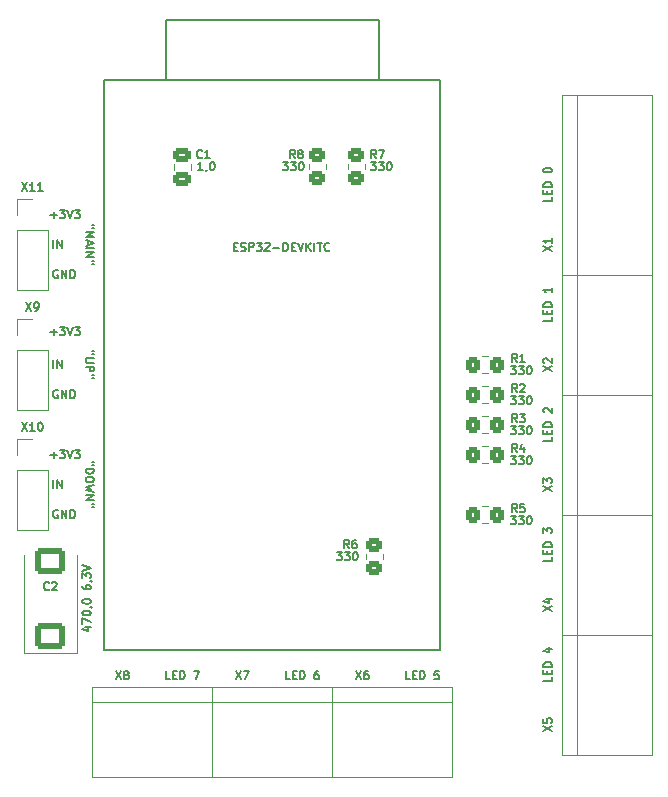
<source format=gto>
%TF.GenerationSoftware,KiCad,Pcbnew,6.0.4+dfsg-1+b1*%
%TF.CreationDate,2022-05-29T14:40:34+05:00*%
%TF.ProjectId,evlamp,65766c61-6d70-42e6-9b69-6361645f7063,rev?*%
%TF.SameCoordinates,Original*%
%TF.FileFunction,Legend,Top*%
%TF.FilePolarity,Positive*%
%FSLAX46Y46*%
G04 Gerber Fmt 4.6, Leading zero omitted, Abs format (unit mm)*
G04 Created by KiCad (PCBNEW 6.0.4+dfsg-1+b1) date 2022-05-29 14:40:34*
%MOMM*%
%LPD*%
G01*
G04 APERTURE LIST*
G04 Aperture macros list*
%AMRoundRect*
0 Rectangle with rounded corners*
0 $1 Rounding radius*
0 $2 $3 $4 $5 $6 $7 $8 $9 X,Y pos of 4 corners*
0 Add a 4 corners polygon primitive as box body*
4,1,4,$2,$3,$4,$5,$6,$7,$8,$9,$2,$3,0*
0 Add four circle primitives for the rounded corners*
1,1,$1+$1,$2,$3*
1,1,$1+$1,$4,$5*
1,1,$1+$1,$6,$7*
1,1,$1+$1,$8,$9*
0 Add four rect primitives between the rounded corners*
20,1,$1+$1,$2,$3,$4,$5,0*
20,1,$1+$1,$4,$5,$6,$7,0*
20,1,$1+$1,$6,$7,$8,$9,0*
20,1,$1+$1,$8,$9,$2,$3,0*%
G04 Aperture macros list end*
%ADD10C,0.150000*%
%ADD11C,0.120000*%
%ADD12RoundRect,0.250000X1.025000X-0.875000X1.025000X0.875000X-1.025000X0.875000X-1.025000X-0.875000X0*%
%ADD13C,0.800000*%
%ADD14C,5.000000*%
%ADD15O,2.400000X1.600000*%
%ADD16R,2.400000X1.600000*%
%ADD17RoundRect,0.250000X0.475000X-0.337500X0.475000X0.337500X-0.475000X0.337500X-0.475000X-0.337500X0*%
%ADD18R,3.000000X3.000000*%
%ADD19C,3.000000*%
%ADD20RoundRect,0.250000X-0.350000X-0.450000X0.350000X-0.450000X0.350000X0.450000X-0.350000X0.450000X0*%
%ADD21RoundRect,0.250000X-0.450000X0.350000X-0.450000X-0.350000X0.450000X-0.350000X0.450000X0.350000X0*%
%ADD22O,1.700000X1.700000*%
%ADD23R,1.700000X1.700000*%
G04 APERTURE END LIST*
D10*
%TO.C,C2*%
X76337333Y-114067000D02*
X76304000Y-114100333D01*
X76204000Y-114133666D01*
X76137333Y-114133666D01*
X76037333Y-114100333D01*
X75970666Y-114033666D01*
X75937333Y-113967000D01*
X75904000Y-113833666D01*
X75904000Y-113733666D01*
X75937333Y-113600333D01*
X75970666Y-113533666D01*
X76037333Y-113467000D01*
X76137333Y-113433666D01*
X76204000Y-113433666D01*
X76304000Y-113467000D01*
X76337333Y-113500333D01*
X76604000Y-113500333D02*
X76637333Y-113467000D01*
X76704000Y-113433666D01*
X76870666Y-113433666D01*
X76937333Y-113467000D01*
X76970666Y-113500333D01*
X77004000Y-113567000D01*
X77004000Y-113633666D01*
X76970666Y-113733666D01*
X76570666Y-114133666D01*
X77004000Y-114133666D01*
X79404000Y-117266333D02*
X79870666Y-117266333D01*
X79137333Y-117433000D02*
X79637333Y-117599666D01*
X79637333Y-117166333D01*
X79170666Y-116966333D02*
X79170666Y-116499666D01*
X79870666Y-116799666D01*
X79170666Y-116099666D02*
X79170666Y-116033000D01*
X79204000Y-115966333D01*
X79237333Y-115933000D01*
X79304000Y-115899666D01*
X79437333Y-115866333D01*
X79604000Y-115866333D01*
X79737333Y-115899666D01*
X79804000Y-115933000D01*
X79837333Y-115966333D01*
X79870666Y-116033000D01*
X79870666Y-116099666D01*
X79837333Y-116166333D01*
X79804000Y-116199666D01*
X79737333Y-116233000D01*
X79604000Y-116266333D01*
X79437333Y-116266333D01*
X79304000Y-116233000D01*
X79237333Y-116199666D01*
X79204000Y-116166333D01*
X79170666Y-116099666D01*
X79837333Y-115533000D02*
X79870666Y-115533000D01*
X79937333Y-115566333D01*
X79970666Y-115599666D01*
X79170666Y-115099666D02*
X79170666Y-115033000D01*
X79204000Y-114966333D01*
X79237333Y-114933000D01*
X79304000Y-114899666D01*
X79437333Y-114866333D01*
X79604000Y-114866333D01*
X79737333Y-114899666D01*
X79804000Y-114933000D01*
X79837333Y-114966333D01*
X79870666Y-115033000D01*
X79870666Y-115099666D01*
X79837333Y-115166333D01*
X79804000Y-115199666D01*
X79737333Y-115233000D01*
X79604000Y-115266333D01*
X79437333Y-115266333D01*
X79304000Y-115233000D01*
X79237333Y-115199666D01*
X79204000Y-115166333D01*
X79170666Y-115099666D01*
X79170666Y-113733000D02*
X79170666Y-113866333D01*
X79204000Y-113933000D01*
X79237333Y-113966333D01*
X79337333Y-114033000D01*
X79470666Y-114066333D01*
X79737333Y-114066333D01*
X79804000Y-114033000D01*
X79837333Y-113999666D01*
X79870666Y-113933000D01*
X79870666Y-113799666D01*
X79837333Y-113733000D01*
X79804000Y-113699666D01*
X79737333Y-113666333D01*
X79570666Y-113666333D01*
X79504000Y-113699666D01*
X79470666Y-113733000D01*
X79437333Y-113799666D01*
X79437333Y-113933000D01*
X79470666Y-113999666D01*
X79504000Y-114033000D01*
X79570666Y-114066333D01*
X79837333Y-113333000D02*
X79870666Y-113333000D01*
X79937333Y-113366333D01*
X79970666Y-113399666D01*
X79170666Y-113099666D02*
X79170666Y-112666333D01*
X79437333Y-112899666D01*
X79437333Y-112799666D01*
X79470666Y-112733000D01*
X79504000Y-112699666D01*
X79570666Y-112666333D01*
X79737333Y-112666333D01*
X79804000Y-112699666D01*
X79837333Y-112733000D01*
X79870666Y-112799666D01*
X79870666Y-112999666D01*
X79837333Y-113066333D01*
X79804000Y-113099666D01*
X79170666Y-112466333D02*
X79870666Y-112233000D01*
X79170666Y-111999666D01*
%TO.C,DD1*%
X91978666Y-85040000D02*
X92212000Y-85040000D01*
X92312000Y-85406666D02*
X91978666Y-85406666D01*
X91978666Y-84706666D01*
X92312000Y-84706666D01*
X92578666Y-85373333D02*
X92678666Y-85406666D01*
X92845333Y-85406666D01*
X92912000Y-85373333D01*
X92945333Y-85340000D01*
X92978666Y-85273333D01*
X92978666Y-85206666D01*
X92945333Y-85140000D01*
X92912000Y-85106666D01*
X92845333Y-85073333D01*
X92712000Y-85040000D01*
X92645333Y-85006666D01*
X92612000Y-84973333D01*
X92578666Y-84906666D01*
X92578666Y-84840000D01*
X92612000Y-84773333D01*
X92645333Y-84740000D01*
X92712000Y-84706666D01*
X92878666Y-84706666D01*
X92978666Y-84740000D01*
X93278666Y-85406666D02*
X93278666Y-84706666D01*
X93545333Y-84706666D01*
X93612000Y-84740000D01*
X93645333Y-84773333D01*
X93678666Y-84840000D01*
X93678666Y-84940000D01*
X93645333Y-85006666D01*
X93612000Y-85040000D01*
X93545333Y-85073333D01*
X93278666Y-85073333D01*
X93912000Y-84706666D02*
X94345333Y-84706666D01*
X94112000Y-84973333D01*
X94212000Y-84973333D01*
X94278666Y-85006666D01*
X94312000Y-85040000D01*
X94345333Y-85106666D01*
X94345333Y-85273333D01*
X94312000Y-85340000D01*
X94278666Y-85373333D01*
X94212000Y-85406666D01*
X94012000Y-85406666D01*
X93945333Y-85373333D01*
X93912000Y-85340000D01*
X94612000Y-84773333D02*
X94645333Y-84740000D01*
X94712000Y-84706666D01*
X94878666Y-84706666D01*
X94945333Y-84740000D01*
X94978666Y-84773333D01*
X95012000Y-84840000D01*
X95012000Y-84906666D01*
X94978666Y-85006666D01*
X94578666Y-85406666D01*
X95012000Y-85406666D01*
X95312000Y-85140000D02*
X95845333Y-85140000D01*
X96178666Y-85406666D02*
X96178666Y-84706666D01*
X96345333Y-84706666D01*
X96445333Y-84740000D01*
X96512000Y-84806666D01*
X96545333Y-84873333D01*
X96578666Y-85006666D01*
X96578666Y-85106666D01*
X96545333Y-85240000D01*
X96512000Y-85306666D01*
X96445333Y-85373333D01*
X96345333Y-85406666D01*
X96178666Y-85406666D01*
X96878666Y-85040000D02*
X97112000Y-85040000D01*
X97212000Y-85406666D02*
X96878666Y-85406666D01*
X96878666Y-84706666D01*
X97212000Y-84706666D01*
X97412000Y-84706666D02*
X97645333Y-85406666D01*
X97878666Y-84706666D01*
X98112000Y-85406666D02*
X98112000Y-84706666D01*
X98512000Y-85406666D02*
X98212000Y-85006666D01*
X98512000Y-84706666D02*
X98112000Y-85106666D01*
X98812000Y-85406666D02*
X98812000Y-84706666D01*
X99045333Y-84706666D02*
X99445333Y-84706666D01*
X99245333Y-85406666D02*
X99245333Y-84706666D01*
X100078666Y-85340000D02*
X100045333Y-85373333D01*
X99945333Y-85406666D01*
X99878666Y-85406666D01*
X99778666Y-85373333D01*
X99712000Y-85306666D01*
X99678666Y-85240000D01*
X99645333Y-85106666D01*
X99645333Y-85006666D01*
X99678666Y-84873333D01*
X99712000Y-84806666D01*
X99778666Y-84740000D01*
X99878666Y-84706666D01*
X99945333Y-84706666D01*
X100045333Y-84740000D01*
X100078666Y-84773333D01*
%TO.C,C1*%
X89291333Y-77491000D02*
X89258000Y-77524333D01*
X89158000Y-77557666D01*
X89091333Y-77557666D01*
X88991333Y-77524333D01*
X88924666Y-77457666D01*
X88891333Y-77391000D01*
X88858000Y-77257666D01*
X88858000Y-77157666D01*
X88891333Y-77024333D01*
X88924666Y-76957666D01*
X88991333Y-76891000D01*
X89091333Y-76857666D01*
X89158000Y-76857666D01*
X89258000Y-76891000D01*
X89291333Y-76924333D01*
X89958000Y-77557666D02*
X89558000Y-77557666D01*
X89758000Y-77557666D02*
X89758000Y-76857666D01*
X89691333Y-76957666D01*
X89624666Y-77024333D01*
X89558000Y-77057666D01*
X89362000Y-78573666D02*
X88962000Y-78573666D01*
X89162000Y-78573666D02*
X89162000Y-77873666D01*
X89095333Y-77973666D01*
X89028666Y-78040333D01*
X88962000Y-78073666D01*
X89695333Y-78540333D02*
X89695333Y-78573666D01*
X89662000Y-78640333D01*
X89628666Y-78673666D01*
X90128666Y-77873666D02*
X90195333Y-77873666D01*
X90262000Y-77907000D01*
X90295333Y-77940333D01*
X90328666Y-78007000D01*
X90362000Y-78140333D01*
X90362000Y-78307000D01*
X90328666Y-78440333D01*
X90295333Y-78507000D01*
X90262000Y-78540333D01*
X90195333Y-78573666D01*
X90128666Y-78573666D01*
X90062000Y-78540333D01*
X90028666Y-78507000D01*
X89995333Y-78440333D01*
X89962000Y-78307000D01*
X89962000Y-78140333D01*
X89995333Y-78007000D01*
X90028666Y-77940333D01*
X90062000Y-77907000D01*
X90128666Y-77873666D01*
%TO.C,X2*%
X118202666Y-95587666D02*
X118902666Y-95121000D01*
X118202666Y-95121000D02*
X118902666Y-95587666D01*
X118269333Y-94887666D02*
X118236000Y-94854333D01*
X118202666Y-94787666D01*
X118202666Y-94621000D01*
X118236000Y-94554333D01*
X118269333Y-94521000D01*
X118336000Y-94487666D01*
X118402666Y-94487666D01*
X118502666Y-94521000D01*
X118902666Y-94921000D01*
X118902666Y-94487666D01*
X118902666Y-90991000D02*
X118902666Y-91324333D01*
X118202666Y-91324333D01*
X118536000Y-90757666D02*
X118536000Y-90524333D01*
X118902666Y-90424333D02*
X118902666Y-90757666D01*
X118202666Y-90757666D01*
X118202666Y-90424333D01*
X118902666Y-90124333D02*
X118202666Y-90124333D01*
X118202666Y-89957666D01*
X118236000Y-89857666D01*
X118302666Y-89791000D01*
X118369333Y-89757666D01*
X118502666Y-89724333D01*
X118602666Y-89724333D01*
X118736000Y-89757666D01*
X118802666Y-89791000D01*
X118869333Y-89857666D01*
X118902666Y-89957666D01*
X118902666Y-90124333D01*
X118902666Y-88524333D02*
X118902666Y-88924333D01*
X118902666Y-88724333D02*
X118202666Y-88724333D01*
X118302666Y-88791000D01*
X118369333Y-88857666D01*
X118402666Y-88924333D01*
%TO.C,X3*%
X118202666Y-105747666D02*
X118902666Y-105281000D01*
X118202666Y-105281000D02*
X118902666Y-105747666D01*
X118202666Y-105081000D02*
X118202666Y-104647666D01*
X118469333Y-104881000D01*
X118469333Y-104781000D01*
X118502666Y-104714333D01*
X118536000Y-104681000D01*
X118602666Y-104647666D01*
X118769333Y-104647666D01*
X118836000Y-104681000D01*
X118869333Y-104714333D01*
X118902666Y-104781000D01*
X118902666Y-104981000D01*
X118869333Y-105047666D01*
X118836000Y-105081000D01*
X118902666Y-101151000D02*
X118902666Y-101484333D01*
X118202666Y-101484333D01*
X118536000Y-100917666D02*
X118536000Y-100684333D01*
X118902666Y-100584333D02*
X118902666Y-100917666D01*
X118202666Y-100917666D01*
X118202666Y-100584333D01*
X118902666Y-100284333D02*
X118202666Y-100284333D01*
X118202666Y-100117666D01*
X118236000Y-100017666D01*
X118302666Y-99951000D01*
X118369333Y-99917666D01*
X118502666Y-99884333D01*
X118602666Y-99884333D01*
X118736000Y-99917666D01*
X118802666Y-99951000D01*
X118869333Y-100017666D01*
X118902666Y-100117666D01*
X118902666Y-100284333D01*
X118269333Y-99084333D02*
X118236000Y-99051000D01*
X118202666Y-98984333D01*
X118202666Y-98817666D01*
X118236000Y-98751000D01*
X118269333Y-98717666D01*
X118336000Y-98684333D01*
X118402666Y-98684333D01*
X118502666Y-98717666D01*
X118902666Y-99117666D01*
X118902666Y-98684333D01*
%TO.C,X8*%
X81983333Y-120976666D02*
X82450000Y-121676666D01*
X82450000Y-120976666D02*
X81983333Y-121676666D01*
X82816666Y-121276666D02*
X82750000Y-121243333D01*
X82716666Y-121210000D01*
X82683333Y-121143333D01*
X82683333Y-121110000D01*
X82716666Y-121043333D01*
X82750000Y-121010000D01*
X82816666Y-120976666D01*
X82950000Y-120976666D01*
X83016666Y-121010000D01*
X83050000Y-121043333D01*
X83083333Y-121110000D01*
X83083333Y-121143333D01*
X83050000Y-121210000D01*
X83016666Y-121243333D01*
X82950000Y-121276666D01*
X82816666Y-121276666D01*
X82750000Y-121310000D01*
X82716666Y-121343333D01*
X82683333Y-121410000D01*
X82683333Y-121543333D01*
X82716666Y-121610000D01*
X82750000Y-121643333D01*
X82816666Y-121676666D01*
X82950000Y-121676666D01*
X83016666Y-121643333D01*
X83050000Y-121610000D01*
X83083333Y-121543333D01*
X83083333Y-121410000D01*
X83050000Y-121343333D01*
X83016666Y-121310000D01*
X82950000Y-121276666D01*
X86580000Y-121676666D02*
X86246666Y-121676666D01*
X86246666Y-120976666D01*
X86813333Y-121310000D02*
X87046666Y-121310000D01*
X87146666Y-121676666D02*
X86813333Y-121676666D01*
X86813333Y-120976666D01*
X87146666Y-120976666D01*
X87446666Y-121676666D02*
X87446666Y-120976666D01*
X87613333Y-120976666D01*
X87713333Y-121010000D01*
X87780000Y-121076666D01*
X87813333Y-121143333D01*
X87846666Y-121276666D01*
X87846666Y-121376666D01*
X87813333Y-121510000D01*
X87780000Y-121576666D01*
X87713333Y-121643333D01*
X87613333Y-121676666D01*
X87446666Y-121676666D01*
X88613333Y-120976666D02*
X89080000Y-120976666D01*
X88780000Y-121676666D01*
%TO.C,R5*%
X115961333Y-107529666D02*
X115728000Y-107196333D01*
X115561333Y-107529666D02*
X115561333Y-106829666D01*
X115828000Y-106829666D01*
X115894666Y-106863000D01*
X115928000Y-106896333D01*
X115961333Y-106963000D01*
X115961333Y-107063000D01*
X115928000Y-107129666D01*
X115894666Y-107163000D01*
X115828000Y-107196333D01*
X115561333Y-107196333D01*
X116594666Y-106829666D02*
X116261333Y-106829666D01*
X116228000Y-107163000D01*
X116261333Y-107129666D01*
X116328000Y-107096333D01*
X116494666Y-107096333D01*
X116561333Y-107129666D01*
X116594666Y-107163000D01*
X116628000Y-107229666D01*
X116628000Y-107396333D01*
X116594666Y-107463000D01*
X116561333Y-107496333D01*
X116494666Y-107529666D01*
X116328000Y-107529666D01*
X116261333Y-107496333D01*
X116228000Y-107463000D01*
X115432000Y-107845666D02*
X115865333Y-107845666D01*
X115632000Y-108112333D01*
X115732000Y-108112333D01*
X115798666Y-108145666D01*
X115832000Y-108179000D01*
X115865333Y-108245666D01*
X115865333Y-108412333D01*
X115832000Y-108479000D01*
X115798666Y-108512333D01*
X115732000Y-108545666D01*
X115532000Y-108545666D01*
X115465333Y-108512333D01*
X115432000Y-108479000D01*
X116098666Y-107845666D02*
X116532000Y-107845666D01*
X116298666Y-108112333D01*
X116398666Y-108112333D01*
X116465333Y-108145666D01*
X116498666Y-108179000D01*
X116532000Y-108245666D01*
X116532000Y-108412333D01*
X116498666Y-108479000D01*
X116465333Y-108512333D01*
X116398666Y-108545666D01*
X116198666Y-108545666D01*
X116132000Y-108512333D01*
X116098666Y-108479000D01*
X116965333Y-107845666D02*
X117032000Y-107845666D01*
X117098666Y-107879000D01*
X117132000Y-107912333D01*
X117165333Y-107979000D01*
X117198666Y-108112333D01*
X117198666Y-108279000D01*
X117165333Y-108412333D01*
X117132000Y-108479000D01*
X117098666Y-108512333D01*
X117032000Y-108545666D01*
X116965333Y-108545666D01*
X116898666Y-108512333D01*
X116865333Y-108479000D01*
X116832000Y-108412333D01*
X116798666Y-108279000D01*
X116798666Y-108112333D01*
X116832000Y-107979000D01*
X116865333Y-107912333D01*
X116898666Y-107879000D01*
X116965333Y-107845666D01*
%TO.C,R6*%
X101737333Y-110577666D02*
X101504000Y-110244333D01*
X101337333Y-110577666D02*
X101337333Y-109877666D01*
X101604000Y-109877666D01*
X101670666Y-109911000D01*
X101704000Y-109944333D01*
X101737333Y-110011000D01*
X101737333Y-110111000D01*
X101704000Y-110177666D01*
X101670666Y-110211000D01*
X101604000Y-110244333D01*
X101337333Y-110244333D01*
X102337333Y-109877666D02*
X102204000Y-109877666D01*
X102137333Y-109911000D01*
X102104000Y-109944333D01*
X102037333Y-110044333D01*
X102004000Y-110177666D01*
X102004000Y-110444333D01*
X102037333Y-110511000D01*
X102070666Y-110544333D01*
X102137333Y-110577666D01*
X102270666Y-110577666D01*
X102337333Y-110544333D01*
X102370666Y-110511000D01*
X102404000Y-110444333D01*
X102404000Y-110277666D01*
X102370666Y-110211000D01*
X102337333Y-110177666D01*
X102270666Y-110144333D01*
X102137333Y-110144333D01*
X102070666Y-110177666D01*
X102037333Y-110211000D01*
X102004000Y-110277666D01*
X100700000Y-110893666D02*
X101133333Y-110893666D01*
X100900000Y-111160333D01*
X101000000Y-111160333D01*
X101066666Y-111193666D01*
X101100000Y-111227000D01*
X101133333Y-111293666D01*
X101133333Y-111460333D01*
X101100000Y-111527000D01*
X101066666Y-111560333D01*
X101000000Y-111593666D01*
X100800000Y-111593666D01*
X100733333Y-111560333D01*
X100700000Y-111527000D01*
X101366666Y-110893666D02*
X101800000Y-110893666D01*
X101566666Y-111160333D01*
X101666666Y-111160333D01*
X101733333Y-111193666D01*
X101766666Y-111227000D01*
X101800000Y-111293666D01*
X101800000Y-111460333D01*
X101766666Y-111527000D01*
X101733333Y-111560333D01*
X101666666Y-111593666D01*
X101466666Y-111593666D01*
X101400000Y-111560333D01*
X101366666Y-111527000D01*
X102233333Y-110893666D02*
X102300000Y-110893666D01*
X102366666Y-110927000D01*
X102400000Y-110960333D01*
X102433333Y-111027000D01*
X102466666Y-111160333D01*
X102466666Y-111327000D01*
X102433333Y-111460333D01*
X102400000Y-111527000D01*
X102366666Y-111560333D01*
X102300000Y-111593666D01*
X102233333Y-111593666D01*
X102166666Y-111560333D01*
X102133333Y-111527000D01*
X102100000Y-111460333D01*
X102066666Y-111327000D01*
X102066666Y-111160333D01*
X102100000Y-111027000D01*
X102133333Y-110960333D01*
X102166666Y-110927000D01*
X102233333Y-110893666D01*
%TO.C,X9*%
X74363333Y-89767666D02*
X74830000Y-90467666D01*
X74830000Y-89767666D02*
X74363333Y-90467666D01*
X75130000Y-90467666D02*
X75263333Y-90467666D01*
X75330000Y-90434333D01*
X75363333Y-90401000D01*
X75430000Y-90301000D01*
X75463333Y-90167666D01*
X75463333Y-89901000D01*
X75430000Y-89834333D01*
X75396666Y-89801000D01*
X75330000Y-89767666D01*
X75196666Y-89767666D01*
X75130000Y-89801000D01*
X75096666Y-89834333D01*
X75063333Y-89901000D01*
X75063333Y-90067666D01*
X75096666Y-90134333D01*
X75130000Y-90167666D01*
X75196666Y-90201000D01*
X75330000Y-90201000D01*
X75396666Y-90167666D01*
X75430000Y-90134333D01*
X75463333Y-90067666D01*
X80139333Y-93904333D02*
X80006000Y-93904333D01*
X80139333Y-94171000D02*
X80006000Y-94171000D01*
X80139333Y-94471000D02*
X79572666Y-94471000D01*
X79506000Y-94504333D01*
X79472666Y-94537666D01*
X79439333Y-94604333D01*
X79439333Y-94737666D01*
X79472666Y-94804333D01*
X79506000Y-94837666D01*
X79572666Y-94871000D01*
X80139333Y-94871000D01*
X79439333Y-95204333D02*
X80139333Y-95204333D01*
X80139333Y-95471000D01*
X80106000Y-95537666D01*
X80072666Y-95571000D01*
X80006000Y-95604333D01*
X79906000Y-95604333D01*
X79839333Y-95571000D01*
X79806000Y-95537666D01*
X79772666Y-95471000D01*
X79772666Y-95204333D01*
X80139333Y-95871000D02*
X80006000Y-95871000D01*
X80139333Y-96137666D02*
X80006000Y-96137666D01*
X76464166Y-92277000D02*
X76997500Y-92277000D01*
X76730833Y-92543666D02*
X76730833Y-92010333D01*
X77264166Y-91843666D02*
X77697500Y-91843666D01*
X77464166Y-92110333D01*
X77564166Y-92110333D01*
X77630833Y-92143666D01*
X77664166Y-92177000D01*
X77697500Y-92243666D01*
X77697500Y-92410333D01*
X77664166Y-92477000D01*
X77630833Y-92510333D01*
X77564166Y-92543666D01*
X77364166Y-92543666D01*
X77297500Y-92510333D01*
X77264166Y-92477000D01*
X77897500Y-91843666D02*
X78130833Y-92543666D01*
X78364166Y-91843666D01*
X78530833Y-91843666D02*
X78964166Y-91843666D01*
X78730833Y-92110333D01*
X78830833Y-92110333D01*
X78897500Y-92143666D01*
X78930833Y-92177000D01*
X78964166Y-92243666D01*
X78964166Y-92410333D01*
X78930833Y-92477000D01*
X78897500Y-92510333D01*
X78830833Y-92543666D01*
X78630833Y-92543666D01*
X78564166Y-92510333D01*
X78530833Y-92477000D01*
X77084833Y-97211000D02*
X77018166Y-97177666D01*
X76918166Y-97177666D01*
X76818166Y-97211000D01*
X76751500Y-97277666D01*
X76718166Y-97344333D01*
X76684833Y-97477666D01*
X76684833Y-97577666D01*
X76718166Y-97711000D01*
X76751500Y-97777666D01*
X76818166Y-97844333D01*
X76918166Y-97877666D01*
X76984833Y-97877666D01*
X77084833Y-97844333D01*
X77118166Y-97811000D01*
X77118166Y-97577666D01*
X76984833Y-97577666D01*
X77418166Y-97877666D02*
X77418166Y-97177666D01*
X77818166Y-97877666D01*
X77818166Y-97177666D01*
X78151500Y-97877666D02*
X78151500Y-97177666D01*
X78318166Y-97177666D01*
X78418166Y-97211000D01*
X78484833Y-97277666D01*
X78518166Y-97344333D01*
X78551500Y-97477666D01*
X78551500Y-97577666D01*
X78518166Y-97711000D01*
X78484833Y-97777666D01*
X78418166Y-97844333D01*
X78318166Y-97877666D01*
X78151500Y-97877666D01*
X76718166Y-95337666D02*
X76718166Y-94637666D01*
X77051500Y-95337666D02*
X77051500Y-94637666D01*
X77451500Y-95337666D01*
X77451500Y-94637666D01*
%TO.C,X5*%
X118202666Y-126067666D02*
X118902666Y-125601000D01*
X118202666Y-125601000D02*
X118902666Y-126067666D01*
X118202666Y-125001000D02*
X118202666Y-125334333D01*
X118536000Y-125367666D01*
X118502666Y-125334333D01*
X118469333Y-125267666D01*
X118469333Y-125101000D01*
X118502666Y-125034333D01*
X118536000Y-125001000D01*
X118602666Y-124967666D01*
X118769333Y-124967666D01*
X118836000Y-125001000D01*
X118869333Y-125034333D01*
X118902666Y-125101000D01*
X118902666Y-125267666D01*
X118869333Y-125334333D01*
X118836000Y-125367666D01*
X118902666Y-121471000D02*
X118902666Y-121804333D01*
X118202666Y-121804333D01*
X118536000Y-121237666D02*
X118536000Y-121004333D01*
X118902666Y-120904333D02*
X118902666Y-121237666D01*
X118202666Y-121237666D01*
X118202666Y-120904333D01*
X118902666Y-120604333D02*
X118202666Y-120604333D01*
X118202666Y-120437666D01*
X118236000Y-120337666D01*
X118302666Y-120271000D01*
X118369333Y-120237666D01*
X118502666Y-120204333D01*
X118602666Y-120204333D01*
X118736000Y-120237666D01*
X118802666Y-120271000D01*
X118869333Y-120337666D01*
X118902666Y-120437666D01*
X118902666Y-120604333D01*
X118436000Y-119071000D02*
X118902666Y-119071000D01*
X118169333Y-119237666D02*
X118669333Y-119404333D01*
X118669333Y-118971000D01*
%TO.C,X1*%
X118202666Y-85427666D02*
X118902666Y-84961000D01*
X118202666Y-84961000D02*
X118902666Y-85427666D01*
X118902666Y-84327666D02*
X118902666Y-84727666D01*
X118902666Y-84527666D02*
X118202666Y-84527666D01*
X118302666Y-84594333D01*
X118369333Y-84661000D01*
X118402666Y-84727666D01*
X118902666Y-80831000D02*
X118902666Y-81164333D01*
X118202666Y-81164333D01*
X118536000Y-80597666D02*
X118536000Y-80364333D01*
X118902666Y-80264333D02*
X118902666Y-80597666D01*
X118202666Y-80597666D01*
X118202666Y-80264333D01*
X118902666Y-79964333D02*
X118202666Y-79964333D01*
X118202666Y-79797666D01*
X118236000Y-79697666D01*
X118302666Y-79631000D01*
X118369333Y-79597666D01*
X118502666Y-79564333D01*
X118602666Y-79564333D01*
X118736000Y-79597666D01*
X118802666Y-79631000D01*
X118869333Y-79697666D01*
X118902666Y-79797666D01*
X118902666Y-79964333D01*
X118202666Y-78597666D02*
X118202666Y-78531000D01*
X118236000Y-78464333D01*
X118269333Y-78431000D01*
X118336000Y-78397666D01*
X118469333Y-78364333D01*
X118636000Y-78364333D01*
X118769333Y-78397666D01*
X118836000Y-78431000D01*
X118869333Y-78464333D01*
X118902666Y-78531000D01*
X118902666Y-78597666D01*
X118869333Y-78664333D01*
X118836000Y-78697666D01*
X118769333Y-78731000D01*
X118636000Y-78764333D01*
X118469333Y-78764333D01*
X118336000Y-78731000D01*
X118269333Y-78697666D01*
X118236000Y-78664333D01*
X118202666Y-78597666D01*
%TO.C,R7*%
X104023333Y-77557666D02*
X103790000Y-77224333D01*
X103623333Y-77557666D02*
X103623333Y-76857666D01*
X103890000Y-76857666D01*
X103956666Y-76891000D01*
X103990000Y-76924333D01*
X104023333Y-76991000D01*
X104023333Y-77091000D01*
X103990000Y-77157666D01*
X103956666Y-77191000D01*
X103890000Y-77224333D01*
X103623333Y-77224333D01*
X104256666Y-76857666D02*
X104723333Y-76857666D01*
X104423333Y-77557666D01*
X103575500Y-77873666D02*
X104008833Y-77873666D01*
X103775500Y-78140333D01*
X103875500Y-78140333D01*
X103942166Y-78173666D01*
X103975500Y-78207000D01*
X104008833Y-78273666D01*
X104008833Y-78440333D01*
X103975500Y-78507000D01*
X103942166Y-78540333D01*
X103875500Y-78573666D01*
X103675500Y-78573666D01*
X103608833Y-78540333D01*
X103575500Y-78507000D01*
X104242166Y-77873666D02*
X104675500Y-77873666D01*
X104442166Y-78140333D01*
X104542166Y-78140333D01*
X104608833Y-78173666D01*
X104642166Y-78207000D01*
X104675500Y-78273666D01*
X104675500Y-78440333D01*
X104642166Y-78507000D01*
X104608833Y-78540333D01*
X104542166Y-78573666D01*
X104342166Y-78573666D01*
X104275500Y-78540333D01*
X104242166Y-78507000D01*
X105108833Y-77873666D02*
X105175500Y-77873666D01*
X105242166Y-77907000D01*
X105275500Y-77940333D01*
X105308833Y-78007000D01*
X105342166Y-78140333D01*
X105342166Y-78307000D01*
X105308833Y-78440333D01*
X105275500Y-78507000D01*
X105242166Y-78540333D01*
X105175500Y-78573666D01*
X105108833Y-78573666D01*
X105042166Y-78540333D01*
X105008833Y-78507000D01*
X104975500Y-78440333D01*
X104942166Y-78307000D01*
X104942166Y-78140333D01*
X104975500Y-78007000D01*
X105008833Y-77940333D01*
X105042166Y-77907000D01*
X105108833Y-77873666D01*
%TO.C,R4*%
X115961333Y-102449666D02*
X115728000Y-102116333D01*
X115561333Y-102449666D02*
X115561333Y-101749666D01*
X115828000Y-101749666D01*
X115894666Y-101783000D01*
X115928000Y-101816333D01*
X115961333Y-101883000D01*
X115961333Y-101983000D01*
X115928000Y-102049666D01*
X115894666Y-102083000D01*
X115828000Y-102116333D01*
X115561333Y-102116333D01*
X116561333Y-101983000D02*
X116561333Y-102449666D01*
X116394666Y-101716333D02*
X116228000Y-102216333D01*
X116661333Y-102216333D01*
X115432000Y-102765666D02*
X115865333Y-102765666D01*
X115632000Y-103032333D01*
X115732000Y-103032333D01*
X115798666Y-103065666D01*
X115832000Y-103099000D01*
X115865333Y-103165666D01*
X115865333Y-103332333D01*
X115832000Y-103399000D01*
X115798666Y-103432333D01*
X115732000Y-103465666D01*
X115532000Y-103465666D01*
X115465333Y-103432333D01*
X115432000Y-103399000D01*
X116098666Y-102765666D02*
X116532000Y-102765666D01*
X116298666Y-103032333D01*
X116398666Y-103032333D01*
X116465333Y-103065666D01*
X116498666Y-103099000D01*
X116532000Y-103165666D01*
X116532000Y-103332333D01*
X116498666Y-103399000D01*
X116465333Y-103432333D01*
X116398666Y-103465666D01*
X116198666Y-103465666D01*
X116132000Y-103432333D01*
X116098666Y-103399000D01*
X116965333Y-102765666D02*
X117032000Y-102765666D01*
X117098666Y-102799000D01*
X117132000Y-102832333D01*
X117165333Y-102899000D01*
X117198666Y-103032333D01*
X117198666Y-103199000D01*
X117165333Y-103332333D01*
X117132000Y-103399000D01*
X117098666Y-103432333D01*
X117032000Y-103465666D01*
X116965333Y-103465666D01*
X116898666Y-103432333D01*
X116865333Y-103399000D01*
X116832000Y-103332333D01*
X116798666Y-103199000D01*
X116798666Y-103032333D01*
X116832000Y-102899000D01*
X116865333Y-102832333D01*
X116898666Y-102799000D01*
X116965333Y-102765666D01*
%TO.C,R3*%
X115961333Y-99909666D02*
X115728000Y-99576333D01*
X115561333Y-99909666D02*
X115561333Y-99209666D01*
X115828000Y-99209666D01*
X115894666Y-99243000D01*
X115928000Y-99276333D01*
X115961333Y-99343000D01*
X115961333Y-99443000D01*
X115928000Y-99509666D01*
X115894666Y-99543000D01*
X115828000Y-99576333D01*
X115561333Y-99576333D01*
X116194666Y-99209666D02*
X116628000Y-99209666D01*
X116394666Y-99476333D01*
X116494666Y-99476333D01*
X116561333Y-99509666D01*
X116594666Y-99543000D01*
X116628000Y-99609666D01*
X116628000Y-99776333D01*
X116594666Y-99843000D01*
X116561333Y-99876333D01*
X116494666Y-99909666D01*
X116294666Y-99909666D01*
X116228000Y-99876333D01*
X116194666Y-99843000D01*
X115432000Y-100225666D02*
X115865333Y-100225666D01*
X115632000Y-100492333D01*
X115732000Y-100492333D01*
X115798666Y-100525666D01*
X115832000Y-100559000D01*
X115865333Y-100625666D01*
X115865333Y-100792333D01*
X115832000Y-100859000D01*
X115798666Y-100892333D01*
X115732000Y-100925666D01*
X115532000Y-100925666D01*
X115465333Y-100892333D01*
X115432000Y-100859000D01*
X116098666Y-100225666D02*
X116532000Y-100225666D01*
X116298666Y-100492333D01*
X116398666Y-100492333D01*
X116465333Y-100525666D01*
X116498666Y-100559000D01*
X116532000Y-100625666D01*
X116532000Y-100792333D01*
X116498666Y-100859000D01*
X116465333Y-100892333D01*
X116398666Y-100925666D01*
X116198666Y-100925666D01*
X116132000Y-100892333D01*
X116098666Y-100859000D01*
X116965333Y-100225666D02*
X117032000Y-100225666D01*
X117098666Y-100259000D01*
X117132000Y-100292333D01*
X117165333Y-100359000D01*
X117198666Y-100492333D01*
X117198666Y-100659000D01*
X117165333Y-100792333D01*
X117132000Y-100859000D01*
X117098666Y-100892333D01*
X117032000Y-100925666D01*
X116965333Y-100925666D01*
X116898666Y-100892333D01*
X116865333Y-100859000D01*
X116832000Y-100792333D01*
X116798666Y-100659000D01*
X116798666Y-100492333D01*
X116832000Y-100359000D01*
X116865333Y-100292333D01*
X116898666Y-100259000D01*
X116965333Y-100225666D01*
%TO.C,R1*%
X115961333Y-94829666D02*
X115728000Y-94496333D01*
X115561333Y-94829666D02*
X115561333Y-94129666D01*
X115828000Y-94129666D01*
X115894666Y-94163000D01*
X115928000Y-94196333D01*
X115961333Y-94263000D01*
X115961333Y-94363000D01*
X115928000Y-94429666D01*
X115894666Y-94463000D01*
X115828000Y-94496333D01*
X115561333Y-94496333D01*
X116628000Y-94829666D02*
X116228000Y-94829666D01*
X116428000Y-94829666D02*
X116428000Y-94129666D01*
X116361333Y-94229666D01*
X116294666Y-94296333D01*
X116228000Y-94329666D01*
X115432000Y-95145666D02*
X115865333Y-95145666D01*
X115632000Y-95412333D01*
X115732000Y-95412333D01*
X115798666Y-95445666D01*
X115832000Y-95479000D01*
X115865333Y-95545666D01*
X115865333Y-95712333D01*
X115832000Y-95779000D01*
X115798666Y-95812333D01*
X115732000Y-95845666D01*
X115532000Y-95845666D01*
X115465333Y-95812333D01*
X115432000Y-95779000D01*
X116098666Y-95145666D02*
X116532000Y-95145666D01*
X116298666Y-95412333D01*
X116398666Y-95412333D01*
X116465333Y-95445666D01*
X116498666Y-95479000D01*
X116532000Y-95545666D01*
X116532000Y-95712333D01*
X116498666Y-95779000D01*
X116465333Y-95812333D01*
X116398666Y-95845666D01*
X116198666Y-95845666D01*
X116132000Y-95812333D01*
X116098666Y-95779000D01*
X116965333Y-95145666D02*
X117032000Y-95145666D01*
X117098666Y-95179000D01*
X117132000Y-95212333D01*
X117165333Y-95279000D01*
X117198666Y-95412333D01*
X117198666Y-95579000D01*
X117165333Y-95712333D01*
X117132000Y-95779000D01*
X117098666Y-95812333D01*
X117032000Y-95845666D01*
X116965333Y-95845666D01*
X116898666Y-95812333D01*
X116865333Y-95779000D01*
X116832000Y-95712333D01*
X116798666Y-95579000D01*
X116798666Y-95412333D01*
X116832000Y-95279000D01*
X116865333Y-95212333D01*
X116898666Y-95179000D01*
X116965333Y-95145666D01*
%TO.C,X11*%
X74030000Y-79607666D02*
X74496666Y-80307666D01*
X74496666Y-79607666D02*
X74030000Y-80307666D01*
X75130000Y-80307666D02*
X74730000Y-80307666D01*
X74930000Y-80307666D02*
X74930000Y-79607666D01*
X74863333Y-79707666D01*
X74796666Y-79774333D01*
X74730000Y-79807666D01*
X75796666Y-80307666D02*
X75396666Y-80307666D01*
X75596666Y-80307666D02*
X75596666Y-79607666D01*
X75530000Y-79707666D01*
X75463333Y-79774333D01*
X75396666Y-79807666D01*
X80139333Y-83227666D02*
X80006000Y-83227666D01*
X80139333Y-83494333D02*
X80006000Y-83494333D01*
X79439333Y-83794333D02*
X80139333Y-83794333D01*
X79639333Y-84027666D01*
X80139333Y-84261000D01*
X79439333Y-84261000D01*
X79639333Y-84561000D02*
X79639333Y-84894333D01*
X79439333Y-84494333D02*
X80139333Y-84727666D01*
X79439333Y-84961000D01*
X79439333Y-85194333D02*
X80139333Y-85194333D01*
X79439333Y-85527666D02*
X80139333Y-85527666D01*
X79439333Y-85927666D01*
X80139333Y-85927666D01*
X80139333Y-86227666D02*
X80006000Y-86227666D01*
X80139333Y-86494333D02*
X80006000Y-86494333D01*
X76464166Y-82371000D02*
X76997500Y-82371000D01*
X76730833Y-82637666D02*
X76730833Y-82104333D01*
X77264166Y-81937666D02*
X77697500Y-81937666D01*
X77464166Y-82204333D01*
X77564166Y-82204333D01*
X77630833Y-82237666D01*
X77664166Y-82271000D01*
X77697500Y-82337666D01*
X77697500Y-82504333D01*
X77664166Y-82571000D01*
X77630833Y-82604333D01*
X77564166Y-82637666D01*
X77364166Y-82637666D01*
X77297500Y-82604333D01*
X77264166Y-82571000D01*
X77897500Y-81937666D02*
X78130833Y-82637666D01*
X78364166Y-81937666D01*
X78530833Y-81937666D02*
X78964166Y-81937666D01*
X78730833Y-82204333D01*
X78830833Y-82204333D01*
X78897500Y-82237666D01*
X78930833Y-82271000D01*
X78964166Y-82337666D01*
X78964166Y-82504333D01*
X78930833Y-82571000D01*
X78897500Y-82604333D01*
X78830833Y-82637666D01*
X78630833Y-82637666D01*
X78564166Y-82604333D01*
X78530833Y-82571000D01*
X76718166Y-85177666D02*
X76718166Y-84477666D01*
X77051500Y-85177666D02*
X77051500Y-84477666D01*
X77451500Y-85177666D01*
X77451500Y-84477666D01*
X77084833Y-87051000D02*
X77018166Y-87017666D01*
X76918166Y-87017666D01*
X76818166Y-87051000D01*
X76751500Y-87117666D01*
X76718166Y-87184333D01*
X76684833Y-87317666D01*
X76684833Y-87417666D01*
X76718166Y-87551000D01*
X76751500Y-87617666D01*
X76818166Y-87684333D01*
X76918166Y-87717666D01*
X76984833Y-87717666D01*
X77084833Y-87684333D01*
X77118166Y-87651000D01*
X77118166Y-87417666D01*
X76984833Y-87417666D01*
X77418166Y-87717666D02*
X77418166Y-87017666D01*
X77818166Y-87717666D01*
X77818166Y-87017666D01*
X78151500Y-87717666D02*
X78151500Y-87017666D01*
X78318166Y-87017666D01*
X78418166Y-87051000D01*
X78484833Y-87117666D01*
X78518166Y-87184333D01*
X78551500Y-87317666D01*
X78551500Y-87417666D01*
X78518166Y-87551000D01*
X78484833Y-87617666D01*
X78418166Y-87684333D01*
X78318166Y-87717666D01*
X78151500Y-87717666D01*
%TO.C,R2*%
X115961333Y-97369666D02*
X115728000Y-97036333D01*
X115561333Y-97369666D02*
X115561333Y-96669666D01*
X115828000Y-96669666D01*
X115894666Y-96703000D01*
X115928000Y-96736333D01*
X115961333Y-96803000D01*
X115961333Y-96903000D01*
X115928000Y-96969666D01*
X115894666Y-97003000D01*
X115828000Y-97036333D01*
X115561333Y-97036333D01*
X116228000Y-96736333D02*
X116261333Y-96703000D01*
X116328000Y-96669666D01*
X116494666Y-96669666D01*
X116561333Y-96703000D01*
X116594666Y-96736333D01*
X116628000Y-96803000D01*
X116628000Y-96869666D01*
X116594666Y-96969666D01*
X116194666Y-97369666D01*
X116628000Y-97369666D01*
X115432000Y-97685666D02*
X115865333Y-97685666D01*
X115632000Y-97952333D01*
X115732000Y-97952333D01*
X115798666Y-97985666D01*
X115832000Y-98019000D01*
X115865333Y-98085666D01*
X115865333Y-98252333D01*
X115832000Y-98319000D01*
X115798666Y-98352333D01*
X115732000Y-98385666D01*
X115532000Y-98385666D01*
X115465333Y-98352333D01*
X115432000Y-98319000D01*
X116098666Y-97685666D02*
X116532000Y-97685666D01*
X116298666Y-97952333D01*
X116398666Y-97952333D01*
X116465333Y-97985666D01*
X116498666Y-98019000D01*
X116532000Y-98085666D01*
X116532000Y-98252333D01*
X116498666Y-98319000D01*
X116465333Y-98352333D01*
X116398666Y-98385666D01*
X116198666Y-98385666D01*
X116132000Y-98352333D01*
X116098666Y-98319000D01*
X116965333Y-97685666D02*
X117032000Y-97685666D01*
X117098666Y-97719000D01*
X117132000Y-97752333D01*
X117165333Y-97819000D01*
X117198666Y-97952333D01*
X117198666Y-98119000D01*
X117165333Y-98252333D01*
X117132000Y-98319000D01*
X117098666Y-98352333D01*
X117032000Y-98385666D01*
X116965333Y-98385666D01*
X116898666Y-98352333D01*
X116865333Y-98319000D01*
X116832000Y-98252333D01*
X116798666Y-98119000D01*
X116798666Y-97952333D01*
X116832000Y-97819000D01*
X116865333Y-97752333D01*
X116898666Y-97719000D01*
X116965333Y-97685666D01*
%TO.C,X10*%
X74030000Y-99927666D02*
X74496666Y-100627666D01*
X74496666Y-99927666D02*
X74030000Y-100627666D01*
X75130000Y-100627666D02*
X74730000Y-100627666D01*
X74930000Y-100627666D02*
X74930000Y-99927666D01*
X74863333Y-100027666D01*
X74796666Y-100094333D01*
X74730000Y-100127666D01*
X75563333Y-99927666D02*
X75630000Y-99927666D01*
X75696666Y-99961000D01*
X75730000Y-99994333D01*
X75763333Y-100061000D01*
X75796666Y-100194333D01*
X75796666Y-100361000D01*
X75763333Y-100494333D01*
X75730000Y-100561000D01*
X75696666Y-100594333D01*
X75630000Y-100627666D01*
X75563333Y-100627666D01*
X75496666Y-100594333D01*
X75463333Y-100561000D01*
X75430000Y-100494333D01*
X75396666Y-100361000D01*
X75396666Y-100194333D01*
X75430000Y-100061000D01*
X75463333Y-99994333D01*
X75496666Y-99961000D01*
X75563333Y-99927666D01*
X80139333Y-103297666D02*
X80006000Y-103297666D01*
X80139333Y-103564333D02*
X80006000Y-103564333D01*
X79439333Y-103864333D02*
X80139333Y-103864333D01*
X80139333Y-104031000D01*
X80106000Y-104131000D01*
X80039333Y-104197666D01*
X79972666Y-104231000D01*
X79839333Y-104264333D01*
X79739333Y-104264333D01*
X79606000Y-104231000D01*
X79539333Y-104197666D01*
X79472666Y-104131000D01*
X79439333Y-104031000D01*
X79439333Y-103864333D01*
X80139333Y-104697666D02*
X80139333Y-104831000D01*
X80106000Y-104897666D01*
X80039333Y-104964333D01*
X79906000Y-104997666D01*
X79672666Y-104997666D01*
X79539333Y-104964333D01*
X79472666Y-104897666D01*
X79439333Y-104831000D01*
X79439333Y-104697666D01*
X79472666Y-104631000D01*
X79539333Y-104564333D01*
X79672666Y-104531000D01*
X79906000Y-104531000D01*
X80039333Y-104564333D01*
X80106000Y-104631000D01*
X80139333Y-104697666D01*
X80139333Y-105231000D02*
X79439333Y-105397666D01*
X79939333Y-105531000D01*
X79439333Y-105664333D01*
X80139333Y-105831000D01*
X79439333Y-106097666D02*
X80139333Y-106097666D01*
X79439333Y-106497666D01*
X80139333Y-106497666D01*
X80139333Y-106797666D02*
X80006000Y-106797666D01*
X80139333Y-107064333D02*
X80006000Y-107064333D01*
X77084833Y-107371000D02*
X77018166Y-107337666D01*
X76918166Y-107337666D01*
X76818166Y-107371000D01*
X76751500Y-107437666D01*
X76718166Y-107504333D01*
X76684833Y-107637666D01*
X76684833Y-107737666D01*
X76718166Y-107871000D01*
X76751500Y-107937666D01*
X76818166Y-108004333D01*
X76918166Y-108037666D01*
X76984833Y-108037666D01*
X77084833Y-108004333D01*
X77118166Y-107971000D01*
X77118166Y-107737666D01*
X76984833Y-107737666D01*
X77418166Y-108037666D02*
X77418166Y-107337666D01*
X77818166Y-108037666D01*
X77818166Y-107337666D01*
X78151500Y-108037666D02*
X78151500Y-107337666D01*
X78318166Y-107337666D01*
X78418166Y-107371000D01*
X78484833Y-107437666D01*
X78518166Y-107504333D01*
X78551500Y-107637666D01*
X78551500Y-107737666D01*
X78518166Y-107871000D01*
X78484833Y-107937666D01*
X78418166Y-108004333D01*
X78318166Y-108037666D01*
X78151500Y-108037666D01*
X76718166Y-105497666D02*
X76718166Y-104797666D01*
X77051500Y-105497666D02*
X77051500Y-104797666D01*
X77451500Y-105497666D01*
X77451500Y-104797666D01*
X76464166Y-102691000D02*
X76997500Y-102691000D01*
X76730833Y-102957666D02*
X76730833Y-102424333D01*
X77264166Y-102257666D02*
X77697500Y-102257666D01*
X77464166Y-102524333D01*
X77564166Y-102524333D01*
X77630833Y-102557666D01*
X77664166Y-102591000D01*
X77697500Y-102657666D01*
X77697500Y-102824333D01*
X77664166Y-102891000D01*
X77630833Y-102924333D01*
X77564166Y-102957666D01*
X77364166Y-102957666D01*
X77297500Y-102924333D01*
X77264166Y-102891000D01*
X77897500Y-102257666D02*
X78130833Y-102957666D01*
X78364166Y-102257666D01*
X78530833Y-102257666D02*
X78964166Y-102257666D01*
X78730833Y-102524333D01*
X78830833Y-102524333D01*
X78897500Y-102557666D01*
X78930833Y-102591000D01*
X78964166Y-102657666D01*
X78964166Y-102824333D01*
X78930833Y-102891000D01*
X78897500Y-102924333D01*
X78830833Y-102957666D01*
X78630833Y-102957666D01*
X78564166Y-102924333D01*
X78530833Y-102891000D01*
%TO.C,X7*%
X92143333Y-120976666D02*
X92610000Y-121676666D01*
X92610000Y-120976666D02*
X92143333Y-121676666D01*
X92810000Y-120976666D02*
X93276666Y-120976666D01*
X92976666Y-121676666D01*
X96740000Y-121676666D02*
X96406666Y-121676666D01*
X96406666Y-120976666D01*
X96973333Y-121310000D02*
X97206666Y-121310000D01*
X97306666Y-121676666D02*
X96973333Y-121676666D01*
X96973333Y-120976666D01*
X97306666Y-120976666D01*
X97606666Y-121676666D02*
X97606666Y-120976666D01*
X97773333Y-120976666D01*
X97873333Y-121010000D01*
X97940000Y-121076666D01*
X97973333Y-121143333D01*
X98006666Y-121276666D01*
X98006666Y-121376666D01*
X97973333Y-121510000D01*
X97940000Y-121576666D01*
X97873333Y-121643333D01*
X97773333Y-121676666D01*
X97606666Y-121676666D01*
X99140000Y-120976666D02*
X99006666Y-120976666D01*
X98940000Y-121010000D01*
X98906666Y-121043333D01*
X98840000Y-121143333D01*
X98806666Y-121276666D01*
X98806666Y-121543333D01*
X98840000Y-121610000D01*
X98873333Y-121643333D01*
X98940000Y-121676666D01*
X99073333Y-121676666D01*
X99140000Y-121643333D01*
X99173333Y-121610000D01*
X99206666Y-121543333D01*
X99206666Y-121376666D01*
X99173333Y-121310000D01*
X99140000Y-121276666D01*
X99073333Y-121243333D01*
X98940000Y-121243333D01*
X98873333Y-121276666D01*
X98840000Y-121310000D01*
X98806666Y-121376666D01*
%TO.C,X4*%
X118202666Y-115907666D02*
X118902666Y-115441000D01*
X118202666Y-115441000D02*
X118902666Y-115907666D01*
X118436000Y-114874333D02*
X118902666Y-114874333D01*
X118169333Y-115041000D02*
X118669333Y-115207666D01*
X118669333Y-114774333D01*
X118902666Y-111311000D02*
X118902666Y-111644333D01*
X118202666Y-111644333D01*
X118536000Y-111077666D02*
X118536000Y-110844333D01*
X118902666Y-110744333D02*
X118902666Y-111077666D01*
X118202666Y-111077666D01*
X118202666Y-110744333D01*
X118902666Y-110444333D02*
X118202666Y-110444333D01*
X118202666Y-110277666D01*
X118236000Y-110177666D01*
X118302666Y-110111000D01*
X118369333Y-110077666D01*
X118502666Y-110044333D01*
X118602666Y-110044333D01*
X118736000Y-110077666D01*
X118802666Y-110111000D01*
X118869333Y-110177666D01*
X118902666Y-110277666D01*
X118902666Y-110444333D01*
X118202666Y-109277666D02*
X118202666Y-108844333D01*
X118469333Y-109077666D01*
X118469333Y-108977666D01*
X118502666Y-108911000D01*
X118536000Y-108877666D01*
X118602666Y-108844333D01*
X118769333Y-108844333D01*
X118836000Y-108877666D01*
X118869333Y-108911000D01*
X118902666Y-108977666D01*
X118902666Y-109177666D01*
X118869333Y-109244333D01*
X118836000Y-109277666D01*
%TO.C,X6*%
X102303333Y-120976666D02*
X102770000Y-121676666D01*
X102770000Y-120976666D02*
X102303333Y-121676666D01*
X103336666Y-120976666D02*
X103203333Y-120976666D01*
X103136666Y-121010000D01*
X103103333Y-121043333D01*
X103036666Y-121143333D01*
X103003333Y-121276666D01*
X103003333Y-121543333D01*
X103036666Y-121610000D01*
X103070000Y-121643333D01*
X103136666Y-121676666D01*
X103270000Y-121676666D01*
X103336666Y-121643333D01*
X103370000Y-121610000D01*
X103403333Y-121543333D01*
X103403333Y-121376666D01*
X103370000Y-121310000D01*
X103336666Y-121276666D01*
X103270000Y-121243333D01*
X103136666Y-121243333D01*
X103070000Y-121276666D01*
X103036666Y-121310000D01*
X103003333Y-121376666D01*
X106900000Y-121676666D02*
X106566666Y-121676666D01*
X106566666Y-120976666D01*
X107133333Y-121310000D02*
X107366666Y-121310000D01*
X107466666Y-121676666D02*
X107133333Y-121676666D01*
X107133333Y-120976666D01*
X107466666Y-120976666D01*
X107766666Y-121676666D02*
X107766666Y-120976666D01*
X107933333Y-120976666D01*
X108033333Y-121010000D01*
X108100000Y-121076666D01*
X108133333Y-121143333D01*
X108166666Y-121276666D01*
X108166666Y-121376666D01*
X108133333Y-121510000D01*
X108100000Y-121576666D01*
X108033333Y-121643333D01*
X107933333Y-121676666D01*
X107766666Y-121676666D01*
X109333333Y-120976666D02*
X109000000Y-120976666D01*
X108966666Y-121310000D01*
X109000000Y-121276666D01*
X109066666Y-121243333D01*
X109233333Y-121243333D01*
X109300000Y-121276666D01*
X109333333Y-121310000D01*
X109366666Y-121376666D01*
X109366666Y-121543333D01*
X109333333Y-121610000D01*
X109300000Y-121643333D01*
X109233333Y-121676666D01*
X109066666Y-121676666D01*
X109000000Y-121643333D01*
X108966666Y-121610000D01*
%TO.C,R8*%
X97165333Y-77557666D02*
X96932000Y-77224333D01*
X96765333Y-77557666D02*
X96765333Y-76857666D01*
X97032000Y-76857666D01*
X97098666Y-76891000D01*
X97132000Y-76924333D01*
X97165333Y-76991000D01*
X97165333Y-77091000D01*
X97132000Y-77157666D01*
X97098666Y-77191000D01*
X97032000Y-77224333D01*
X96765333Y-77224333D01*
X97565333Y-77157666D02*
X97498666Y-77124333D01*
X97465333Y-77091000D01*
X97432000Y-77024333D01*
X97432000Y-76991000D01*
X97465333Y-76924333D01*
X97498666Y-76891000D01*
X97565333Y-76857666D01*
X97698666Y-76857666D01*
X97765333Y-76891000D01*
X97798666Y-76924333D01*
X97832000Y-76991000D01*
X97832000Y-77024333D01*
X97798666Y-77091000D01*
X97765333Y-77124333D01*
X97698666Y-77157666D01*
X97565333Y-77157666D01*
X97498666Y-77191000D01*
X97465333Y-77224333D01*
X97432000Y-77291000D01*
X97432000Y-77424333D01*
X97465333Y-77491000D01*
X97498666Y-77524333D01*
X97565333Y-77557666D01*
X97698666Y-77557666D01*
X97765333Y-77524333D01*
X97798666Y-77491000D01*
X97832000Y-77424333D01*
X97832000Y-77291000D01*
X97798666Y-77224333D01*
X97765333Y-77191000D01*
X97698666Y-77157666D01*
X96128000Y-77873666D02*
X96561333Y-77873666D01*
X96328000Y-78140333D01*
X96428000Y-78140333D01*
X96494666Y-78173666D01*
X96528000Y-78207000D01*
X96561333Y-78273666D01*
X96561333Y-78440333D01*
X96528000Y-78507000D01*
X96494666Y-78540333D01*
X96428000Y-78573666D01*
X96228000Y-78573666D01*
X96161333Y-78540333D01*
X96128000Y-78507000D01*
X96794666Y-77873666D02*
X97228000Y-77873666D01*
X96994666Y-78140333D01*
X97094666Y-78140333D01*
X97161333Y-78173666D01*
X97194666Y-78207000D01*
X97228000Y-78273666D01*
X97228000Y-78440333D01*
X97194666Y-78507000D01*
X97161333Y-78540333D01*
X97094666Y-78573666D01*
X96894666Y-78573666D01*
X96828000Y-78540333D01*
X96794666Y-78507000D01*
X97661333Y-77873666D02*
X97728000Y-77873666D01*
X97794666Y-77907000D01*
X97828000Y-77940333D01*
X97861333Y-78007000D01*
X97894666Y-78140333D01*
X97894666Y-78307000D01*
X97861333Y-78440333D01*
X97828000Y-78507000D01*
X97794666Y-78540333D01*
X97728000Y-78573666D01*
X97661333Y-78573666D01*
X97594666Y-78540333D01*
X97561333Y-78507000D01*
X97528000Y-78440333D01*
X97494666Y-78307000D01*
X97494666Y-78140333D01*
X97528000Y-78007000D01*
X97561333Y-77940333D01*
X97594666Y-77907000D01*
X97661333Y-77873666D01*
D11*
%TO.C,C2*%
X74194000Y-111183000D02*
X74194000Y-119418000D01*
X74194000Y-119418000D02*
X78714000Y-119418000D01*
X78714000Y-119418000D02*
X78714000Y-111183000D01*
D10*
%TO.C,DD1*%
X81026000Y-70891000D02*
X81026000Y-119151000D01*
X109474000Y-119151000D02*
X109474000Y-70891000D01*
X109474000Y-70891000D02*
X81026000Y-70891000D01*
X86233000Y-65811000D02*
X86233000Y-70891000D01*
X81026000Y-119151000D02*
X109474000Y-119151000D01*
X86233000Y-65811000D02*
X104267000Y-65811000D01*
X104267000Y-65811000D02*
X104267000Y-70891000D01*
D11*
%TO.C,C1*%
X88365000Y-78539752D02*
X88365000Y-78017248D01*
X86895000Y-78539752D02*
X86895000Y-78017248D01*
%TO.C,X2*%
X127360000Y-97561000D02*
X127360000Y-87401000D01*
X121010000Y-97561000D02*
X121010000Y-87401000D01*
X119740000Y-87401000D02*
X119740000Y-97561000D01*
X127360000Y-87401000D02*
X119740000Y-87401000D01*
X119740000Y-97561000D02*
X127360000Y-97561000D01*
%TO.C,X3*%
X127360000Y-97561000D02*
X119740000Y-97561000D01*
X121010000Y-107721000D02*
X121010000Y-97561000D01*
X119740000Y-97561000D02*
X119740000Y-107721000D01*
X127360000Y-107721000D02*
X127360000Y-97561000D01*
X119740000Y-107721000D02*
X127360000Y-107721000D01*
%TO.C,X8*%
X90170000Y-129971000D02*
X90170000Y-122351000D01*
X90170000Y-122351000D02*
X80010000Y-122351000D01*
X80010000Y-129971000D02*
X90170000Y-129971000D01*
X80010000Y-123621000D02*
X90170000Y-123621000D01*
X80010000Y-122351000D02*
X80010000Y-129971000D01*
%TO.C,R5*%
X113040936Y-108456000D02*
X113495064Y-108456000D01*
X113040936Y-106986000D02*
X113495064Y-106986000D01*
%TO.C,R6*%
X104621000Y-111033936D02*
X104621000Y-111488064D01*
X103151000Y-111033936D02*
X103151000Y-111488064D01*
%TO.C,X9*%
X73600000Y-93751000D02*
X76260000Y-93751000D01*
X73600000Y-92481000D02*
X73600000Y-91151000D01*
X76260000Y-93751000D02*
X76260000Y-98891000D01*
X73600000Y-93751000D02*
X73600000Y-98891000D01*
X73600000Y-98891000D02*
X76260000Y-98891000D01*
X73600000Y-91151000D02*
X74930000Y-91151000D01*
%TO.C,X5*%
X119740000Y-128041000D02*
X127360000Y-128041000D01*
X127360000Y-128041000D02*
X127360000Y-117881000D01*
X127360000Y-117881000D02*
X119740000Y-117881000D01*
X119740000Y-117881000D02*
X119740000Y-128041000D01*
X121010000Y-128041000D02*
X121010000Y-117881000D01*
%TO.C,X1*%
X119740000Y-72161000D02*
X127360000Y-72161000D01*
X121010000Y-72161000D02*
X121010000Y-87401000D01*
X119740000Y-87401000D02*
X127360000Y-87401000D01*
X127360000Y-72161000D02*
X127360000Y-87401000D01*
X119740000Y-72161000D02*
X119740000Y-87401000D01*
%TO.C,R7*%
X103097000Y-78013936D02*
X103097000Y-78468064D01*
X101627000Y-78013936D02*
X101627000Y-78468064D01*
%TO.C,R4*%
X113040936Y-103376000D02*
X113495064Y-103376000D01*
X113040936Y-101906000D02*
X113495064Y-101906000D01*
%TO.C,R3*%
X113040936Y-100836000D02*
X113495064Y-100836000D01*
X113040936Y-99366000D02*
X113495064Y-99366000D01*
%TO.C,R1*%
X113040936Y-94286000D02*
X113495064Y-94286000D01*
X113040936Y-95756000D02*
X113495064Y-95756000D01*
%TO.C,X11*%
X73600000Y-88731000D02*
X76260000Y-88731000D01*
X73600000Y-83591000D02*
X73600000Y-88731000D01*
X73600000Y-82321000D02*
X73600000Y-80991000D01*
X73600000Y-83591000D02*
X76260000Y-83591000D01*
X73600000Y-80991000D02*
X74930000Y-80991000D01*
X76260000Y-83591000D02*
X76260000Y-88731000D01*
%TO.C,R2*%
X113040936Y-96826000D02*
X113495064Y-96826000D01*
X113040936Y-98296000D02*
X113495064Y-98296000D01*
%TO.C,X10*%
X73600000Y-102641000D02*
X73600000Y-101311000D01*
X73600000Y-109051000D02*
X76260000Y-109051000D01*
X73600000Y-103911000D02*
X76260000Y-103911000D01*
X73600000Y-103911000D02*
X73600000Y-109051000D01*
X73600000Y-101311000D02*
X74930000Y-101311000D01*
X76260000Y-103911000D02*
X76260000Y-109051000D01*
%TO.C,X7*%
X90170000Y-122351000D02*
X90170000Y-129971000D01*
X100330000Y-122351000D02*
X90170000Y-122351000D01*
X100330000Y-129971000D02*
X100330000Y-122351000D01*
X90170000Y-123621000D02*
X100330000Y-123621000D01*
X90170000Y-129971000D02*
X100330000Y-129971000D01*
%TO.C,X4*%
X127360000Y-117881000D02*
X127360000Y-107721000D01*
X119740000Y-117881000D02*
X127360000Y-117881000D01*
X119740000Y-107721000D02*
X119740000Y-117881000D01*
X127360000Y-107721000D02*
X119740000Y-107721000D01*
X121010000Y-117881000D02*
X121010000Y-107721000D01*
%TO.C,X6*%
X100330000Y-123621000D02*
X110490000Y-123621000D01*
X110490000Y-129971000D02*
X110490000Y-122351000D01*
X110490000Y-122351000D02*
X100330000Y-122351000D01*
X100330000Y-129971000D02*
X110490000Y-129971000D01*
X100330000Y-122351000D02*
X100330000Y-129971000D01*
%TO.C,R8*%
X99795000Y-78013936D02*
X99795000Y-78468064D01*
X98325000Y-78013936D02*
X98325000Y-78468064D01*
%TD*%
%LPC*%
D12*
%TO.C,C2*%
X76454000Y-118033000D03*
X76454000Y-111633000D03*
%TD*%
D13*
%TO.C,REF\u002A\u002A*%
X77875825Y-124835175D03*
X75224175Y-127486825D03*
X78425000Y-126161000D03*
X77875825Y-127486825D03*
X76550000Y-124286000D03*
X74675000Y-126161000D03*
X76550000Y-128036000D03*
X75224175Y-124835175D03*
D14*
X76550000Y-126161000D03*
%TD*%
D15*
%TO.C,DD1*%
X107950000Y-72161000D03*
X107950000Y-74701000D03*
X107950000Y-77241000D03*
X107950000Y-79781000D03*
X107950000Y-82321000D03*
X107950000Y-84861000D03*
X107950000Y-87401000D03*
X107950000Y-89941000D03*
X107950000Y-92481000D03*
X107950000Y-95021000D03*
X107950000Y-97561000D03*
X107950000Y-100101000D03*
X107950000Y-102641000D03*
X107950000Y-105181000D03*
X107950000Y-107721000D03*
X107950000Y-110261000D03*
X107950000Y-112801000D03*
X107950000Y-115341000D03*
X107950000Y-117881000D03*
X82550000Y-117881000D03*
X82550000Y-115341000D03*
X82550000Y-112801000D03*
X82550000Y-110261000D03*
X82550000Y-107721000D03*
X82550000Y-105181000D03*
X82550000Y-102641000D03*
X82550000Y-100101000D03*
X82550000Y-97561000D03*
X82550000Y-95021000D03*
X82550000Y-92481000D03*
X82550000Y-89941000D03*
X82550000Y-87401000D03*
X82550000Y-84861000D03*
X82550000Y-82321000D03*
X82550000Y-79781000D03*
X82550000Y-77241000D03*
X82550000Y-74701000D03*
D16*
X82550000Y-72161000D03*
%TD*%
D17*
%TO.C,C1*%
X87630000Y-79316000D03*
X87630000Y-77241000D03*
%TD*%
D18*
%TO.C,X2*%
X123550000Y-89941000D03*
D19*
X123550000Y-95021000D03*
%TD*%
D18*
%TO.C,X3*%
X123550000Y-100101000D03*
D19*
X123550000Y-105181000D03*
%TD*%
D18*
%TO.C,X8*%
X87630000Y-126161000D03*
D19*
X82550000Y-126161000D03*
%TD*%
D20*
%TO.C,R5*%
X112268000Y-107721000D03*
X114268000Y-107721000D03*
%TD*%
D13*
%TO.C,REF\u002A\u002A*%
X112675000Y-126161000D03*
X115875825Y-127486825D03*
X115875825Y-124835175D03*
X114550000Y-124286000D03*
X116425000Y-126161000D03*
X113224175Y-124835175D03*
D14*
X114550000Y-126161000D03*
D13*
X113224175Y-127486825D03*
X114550000Y-128036000D03*
%TD*%
D21*
%TO.C,R6*%
X103886000Y-110261000D03*
X103886000Y-112261000D03*
%TD*%
D22*
%TO.C,X9*%
X74930000Y-97561000D03*
X74930000Y-95021000D03*
D23*
X74930000Y-92481000D03*
%TD*%
D13*
%TO.C,REF\u002A\u002A*%
X77875825Y-75486825D03*
X76550000Y-76036000D03*
X75224175Y-75486825D03*
X75224175Y-72835175D03*
D14*
X76550000Y-74161000D03*
D13*
X77875825Y-72835175D03*
X74675000Y-74161000D03*
X78425000Y-74161000D03*
X76550000Y-72286000D03*
%TD*%
D18*
%TO.C,X5*%
X123550000Y-120421000D03*
D19*
X123550000Y-125501000D03*
%TD*%
D18*
%TO.C,X1*%
X123550000Y-74701000D03*
D19*
X123550000Y-79781000D03*
X123550000Y-84861000D03*
%TD*%
D21*
%TO.C,R7*%
X102362000Y-77241000D03*
X102362000Y-79241000D03*
%TD*%
D20*
%TO.C,R4*%
X112268000Y-102641000D03*
X114268000Y-102641000D03*
%TD*%
%TO.C,R3*%
X112268000Y-100101000D03*
X114268000Y-100101000D03*
%TD*%
%TO.C,R1*%
X112268000Y-95021000D03*
X114268000Y-95021000D03*
%TD*%
D23*
%TO.C,X11*%
X74930000Y-82321000D03*
D22*
X74930000Y-84861000D03*
X74930000Y-87401000D03*
%TD*%
D20*
%TO.C,R2*%
X112268000Y-97561000D03*
X114268000Y-97561000D03*
%TD*%
D13*
%TO.C,REF\u002A\u002A*%
X113224175Y-72835175D03*
X112675000Y-74161000D03*
X114550000Y-76036000D03*
X115875825Y-72835175D03*
X114550000Y-72286000D03*
X113224175Y-75486825D03*
X116425000Y-74161000D03*
X115875825Y-75486825D03*
D14*
X114550000Y-74161000D03*
%TD*%
D23*
%TO.C,X10*%
X74930000Y-102641000D03*
D22*
X74930000Y-105181000D03*
X74930000Y-107721000D03*
%TD*%
D18*
%TO.C,X7*%
X97790000Y-126161000D03*
D19*
X92710000Y-126161000D03*
%TD*%
D18*
%TO.C,X4*%
X123550000Y-110261000D03*
D19*
X123550000Y-115341000D03*
%TD*%
D18*
%TO.C,X6*%
X107950000Y-126161000D03*
D19*
X102870000Y-126161000D03*
%TD*%
D21*
%TO.C,R8*%
X99060000Y-77241000D03*
X99060000Y-79241000D03*
%TD*%
M02*

</source>
